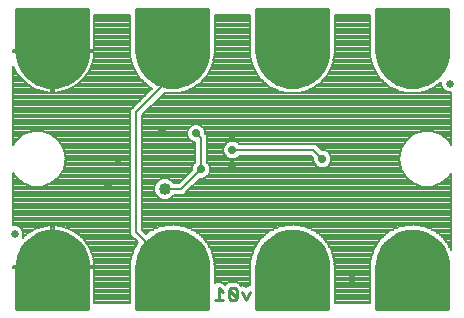
<source format=gbl>
G75*
%MOIN*%
%OFA0B0*%
%FSLAX25Y25*%
%IPPOS*%
%LPD*%
%AMOC8*
5,1,8,0,0,1.08239X$1,22.5*
%
%ADD10C,0.01000*%
%ADD11C,0.02500*%
%ADD12C,0.04000*%
%ADD13C,0.20000*%
%ADD14C,0.00800*%
%ADD15C,0.02900*%
D10*
X0096333Y0281400D02*
X0120333Y0281400D01*
X0120333Y0295400D01*
X0120211Y0297108D01*
X0119847Y0298781D01*
X0119249Y0300385D01*
X0118428Y0301888D01*
X0117402Y0303258D01*
X0116192Y0304469D01*
X0114821Y0305495D01*
X0113318Y0306316D01*
X0111714Y0306914D01*
X0110041Y0307278D01*
X0108333Y0307400D01*
X0106626Y0307278D01*
X0104953Y0306914D01*
X0103348Y0306316D01*
X0101846Y0305495D01*
X0100475Y0304469D01*
X0099264Y0303258D01*
X0098238Y0301888D01*
X0097418Y0300385D01*
X0096819Y0298781D01*
X0096455Y0297108D01*
X0096333Y0295400D01*
X0096333Y0281400D01*
X0120333Y0281400D01*
X0120333Y0282399D02*
X0096333Y0282399D01*
X0096333Y0283397D02*
X0120333Y0283397D01*
X0120333Y0284396D02*
X0096333Y0284396D01*
X0096333Y0285394D02*
X0120333Y0285394D01*
X0120333Y0286393D02*
X0096333Y0286393D01*
X0096333Y0287391D02*
X0120333Y0287391D01*
X0120333Y0288390D02*
X0096333Y0288390D01*
X0096333Y0289388D02*
X0120333Y0289388D01*
X0120333Y0290387D02*
X0096333Y0290387D01*
X0096333Y0291385D02*
X0120333Y0291385D01*
X0120333Y0292384D02*
X0096333Y0292384D01*
X0096333Y0293382D02*
X0120333Y0293382D01*
X0120333Y0294381D02*
X0096333Y0294381D01*
X0096333Y0295379D02*
X0120333Y0295379D01*
X0120263Y0296378D02*
X0096403Y0296378D01*
X0096514Y0297376D02*
X0120153Y0297376D01*
X0119936Y0298375D02*
X0096731Y0298375D01*
X0097040Y0299373D02*
X0119626Y0299373D01*
X0119254Y0300372D02*
X0097413Y0300372D01*
X0097956Y0301370D02*
X0118711Y0301370D01*
X0118068Y0302369D02*
X0098598Y0302369D01*
X0099373Y0303367D02*
X0117293Y0303367D01*
X0116295Y0304366D02*
X0100372Y0304366D01*
X0101671Y0305364D02*
X0114996Y0305364D01*
X0113192Y0306363D02*
X0103475Y0306363D01*
X0107792Y0307361D02*
X0108874Y0307361D01*
X0136819Y0298781D02*
X0136455Y0297108D01*
X0136333Y0295400D01*
X0136333Y0281400D01*
X0160333Y0281400D01*
X0160333Y0295400D01*
X0160211Y0297108D01*
X0159847Y0298781D01*
X0159249Y0300385D01*
X0158428Y0301888D01*
X0157402Y0303258D01*
X0156192Y0304469D01*
X0154821Y0305495D01*
X0153318Y0306316D01*
X0151714Y0306914D01*
X0150041Y0307278D01*
X0148333Y0307400D01*
X0146626Y0307278D01*
X0144953Y0306914D01*
X0143348Y0306316D01*
X0141846Y0305495D01*
X0140475Y0304469D01*
X0139264Y0303258D01*
X0138238Y0301888D01*
X0137418Y0300385D01*
X0136819Y0298781D01*
X0136731Y0298375D02*
X0159936Y0298375D01*
X0160153Y0297376D02*
X0136514Y0297376D01*
X0136403Y0296378D02*
X0160263Y0296378D01*
X0160333Y0295379D02*
X0136333Y0295379D01*
X0136333Y0294381D02*
X0160333Y0294381D01*
X0160333Y0293382D02*
X0136333Y0293382D01*
X0136333Y0292384D02*
X0160333Y0292384D01*
X0160333Y0291385D02*
X0136333Y0291385D01*
X0136333Y0290387D02*
X0160333Y0290387D01*
X0160333Y0289388D02*
X0136333Y0289388D01*
X0136333Y0288390D02*
X0160333Y0288390D01*
X0160333Y0287391D02*
X0136333Y0287391D01*
X0136333Y0286393D02*
X0160333Y0286393D01*
X0160333Y0285394D02*
X0136333Y0285394D01*
X0136333Y0284396D02*
X0160333Y0284396D01*
X0160333Y0283397D02*
X0136333Y0283397D01*
X0136333Y0282399D02*
X0160333Y0282399D01*
X0160333Y0281400D02*
X0136333Y0281400D01*
X0137040Y0299373D02*
X0159626Y0299373D01*
X0159254Y0300372D02*
X0137413Y0300372D01*
X0137956Y0301370D02*
X0158711Y0301370D01*
X0158068Y0302369D02*
X0138598Y0302369D01*
X0139373Y0303367D02*
X0157293Y0303367D01*
X0156295Y0304366D02*
X0140372Y0304366D01*
X0141671Y0305364D02*
X0154996Y0305364D01*
X0153192Y0306363D02*
X0143475Y0306363D01*
X0147792Y0307361D02*
X0148874Y0307361D01*
X0163791Y0288403D02*
X0163791Y0284400D01*
X0165125Y0284400D02*
X0162457Y0284400D01*
X0165125Y0287069D02*
X0163791Y0288403D01*
X0167060Y0287736D02*
X0169729Y0285067D01*
X0169062Y0284400D01*
X0167728Y0284400D01*
X0167060Y0285067D01*
X0167060Y0287736D01*
X0167728Y0288403D01*
X0169062Y0288403D01*
X0169729Y0287736D01*
X0169729Y0285067D01*
X0171664Y0287069D02*
X0172999Y0284400D01*
X0174333Y0287069D01*
X0176333Y0287391D02*
X0200333Y0287391D01*
X0200333Y0286393D02*
X0176333Y0286393D01*
X0176333Y0285394D02*
X0200333Y0285394D01*
X0200333Y0284396D02*
X0176333Y0284396D01*
X0176333Y0283397D02*
X0200333Y0283397D01*
X0200333Y0282399D02*
X0176333Y0282399D01*
X0176333Y0281400D02*
X0200333Y0281400D01*
X0200333Y0295400D01*
X0200211Y0297108D01*
X0199847Y0298781D01*
X0199249Y0300385D01*
X0198428Y0301888D01*
X0197402Y0303258D01*
X0196192Y0304469D01*
X0194821Y0305495D01*
X0193318Y0306316D01*
X0191714Y0306914D01*
X0190041Y0307278D01*
X0188333Y0307400D01*
X0186626Y0307278D01*
X0184953Y0306914D01*
X0183348Y0306316D01*
X0181846Y0305495D01*
X0180475Y0304469D01*
X0179264Y0303258D01*
X0178238Y0301888D01*
X0177418Y0300385D01*
X0176819Y0298781D01*
X0176455Y0297108D01*
X0176333Y0295400D01*
X0176333Y0281400D01*
X0200333Y0281400D01*
X0200333Y0288390D02*
X0176333Y0288390D01*
X0176333Y0289388D02*
X0200333Y0289388D01*
X0200333Y0290387D02*
X0176333Y0290387D01*
X0176333Y0291385D02*
X0200333Y0291385D01*
X0200333Y0292384D02*
X0176333Y0292384D01*
X0176333Y0293382D02*
X0200333Y0293382D01*
X0200333Y0294381D02*
X0176333Y0294381D01*
X0176333Y0295379D02*
X0200333Y0295379D01*
X0200263Y0296378D02*
X0176403Y0296378D01*
X0176514Y0297376D02*
X0200153Y0297376D01*
X0199936Y0298375D02*
X0176731Y0298375D01*
X0177040Y0299373D02*
X0199626Y0299373D01*
X0199254Y0300372D02*
X0177413Y0300372D01*
X0177956Y0301370D02*
X0198711Y0301370D01*
X0198068Y0302369D02*
X0178598Y0302369D01*
X0179373Y0303367D02*
X0197293Y0303367D01*
X0196295Y0304366D02*
X0180372Y0304366D01*
X0181671Y0305364D02*
X0194996Y0305364D01*
X0193192Y0306363D02*
X0183475Y0306363D01*
X0187792Y0307361D02*
X0188874Y0307361D01*
X0216819Y0298781D02*
X0216455Y0297108D01*
X0216333Y0295400D01*
X0216333Y0281400D01*
X0240333Y0281400D01*
X0240333Y0295400D01*
X0240211Y0297108D01*
X0239847Y0298781D01*
X0239249Y0300385D01*
X0238428Y0301888D01*
X0237402Y0303258D01*
X0236192Y0304469D01*
X0234821Y0305495D01*
X0233318Y0306316D01*
X0231714Y0306914D01*
X0230041Y0307278D01*
X0228333Y0307400D01*
X0226626Y0307278D01*
X0224953Y0306914D01*
X0223348Y0306316D01*
X0221846Y0305495D01*
X0220475Y0304469D01*
X0219264Y0303258D01*
X0218238Y0301888D01*
X0217418Y0300385D01*
X0216819Y0298781D01*
X0216731Y0298375D02*
X0239936Y0298375D01*
X0240153Y0297376D02*
X0216514Y0297376D01*
X0216403Y0296378D02*
X0240263Y0296378D01*
X0240333Y0295379D02*
X0216333Y0295379D01*
X0216333Y0294381D02*
X0240333Y0294381D01*
X0240333Y0293382D02*
X0216333Y0293382D01*
X0216333Y0292384D02*
X0240333Y0292384D01*
X0240333Y0291385D02*
X0216333Y0291385D01*
X0216333Y0290387D02*
X0240333Y0290387D01*
X0240333Y0289388D02*
X0216333Y0289388D01*
X0216333Y0288390D02*
X0240333Y0288390D01*
X0240333Y0287391D02*
X0216333Y0287391D01*
X0216333Y0286393D02*
X0240333Y0286393D01*
X0240333Y0285394D02*
X0216333Y0285394D01*
X0216333Y0284396D02*
X0240333Y0284396D01*
X0240333Y0283397D02*
X0216333Y0283397D01*
X0216333Y0282399D02*
X0240333Y0282399D01*
X0240333Y0281400D02*
X0216333Y0281400D01*
X0217040Y0299373D02*
X0239626Y0299373D01*
X0239254Y0300372D02*
X0217413Y0300372D01*
X0217956Y0301370D02*
X0238711Y0301370D01*
X0238068Y0302369D02*
X0218598Y0302369D01*
X0219373Y0303367D02*
X0237293Y0303367D01*
X0236295Y0304366D02*
X0220372Y0304366D01*
X0221671Y0305364D02*
X0234996Y0305364D01*
X0233192Y0306363D02*
X0223475Y0306363D01*
X0227792Y0307361D02*
X0228874Y0307361D01*
X0228333Y0355400D02*
X0226626Y0355522D01*
X0224953Y0355886D01*
X0223348Y0356484D01*
X0221846Y0357305D01*
X0220475Y0358331D01*
X0219264Y0359542D01*
X0218238Y0360912D01*
X0217418Y0362415D01*
X0216819Y0364019D01*
X0216455Y0365692D01*
X0216333Y0367400D01*
X0216333Y0381400D01*
X0240333Y0381400D01*
X0240333Y0367400D01*
X0240211Y0365692D01*
X0239847Y0364019D01*
X0239249Y0362415D01*
X0238428Y0360912D01*
X0237402Y0359542D01*
X0236192Y0358331D01*
X0234821Y0357305D01*
X0233318Y0356484D01*
X0231714Y0355886D01*
X0230041Y0355522D01*
X0228333Y0355400D01*
X0223874Y0356288D02*
X0232793Y0356288D01*
X0234788Y0357287D02*
X0221879Y0357287D01*
X0220536Y0358285D02*
X0236131Y0358285D01*
X0237145Y0359284D02*
X0219522Y0359284D01*
X0218710Y0360282D02*
X0237957Y0360282D01*
X0238630Y0361281D02*
X0218037Y0361281D01*
X0217492Y0362279D02*
X0239175Y0362279D01*
X0239571Y0363278D02*
X0217096Y0363278D01*
X0216763Y0364276D02*
X0239903Y0364276D01*
X0240120Y0365275D02*
X0216546Y0365275D01*
X0216414Y0366273D02*
X0240253Y0366273D01*
X0240324Y0367272D02*
X0216342Y0367272D01*
X0216333Y0368270D02*
X0240333Y0368270D01*
X0240333Y0369269D02*
X0216333Y0369269D01*
X0216333Y0370268D02*
X0240333Y0370268D01*
X0240333Y0371266D02*
X0216333Y0371266D01*
X0216333Y0372265D02*
X0240333Y0372265D01*
X0240333Y0373263D02*
X0216333Y0373263D01*
X0216333Y0374262D02*
X0240333Y0374262D01*
X0240333Y0375260D02*
X0216333Y0375260D01*
X0216333Y0376259D02*
X0240333Y0376259D01*
X0240333Y0377257D02*
X0216333Y0377257D01*
X0216333Y0378256D02*
X0240333Y0378256D01*
X0240333Y0379254D02*
X0216333Y0379254D01*
X0216333Y0380253D02*
X0240333Y0380253D01*
X0240333Y0381251D02*
X0216333Y0381251D01*
X0200333Y0381251D02*
X0176333Y0381251D01*
X0176333Y0381400D02*
X0176333Y0367400D01*
X0176455Y0365692D01*
X0176819Y0364019D01*
X0177418Y0362415D01*
X0178238Y0360912D01*
X0179264Y0359542D01*
X0180475Y0358331D01*
X0181846Y0357305D01*
X0183348Y0356484D01*
X0184953Y0355886D01*
X0186626Y0355522D01*
X0188333Y0355400D01*
X0190041Y0355522D01*
X0191714Y0355886D01*
X0193318Y0356484D01*
X0194821Y0357305D01*
X0196192Y0358331D01*
X0197402Y0359542D01*
X0198428Y0360912D01*
X0199249Y0362415D01*
X0199847Y0364019D01*
X0200211Y0365692D01*
X0200333Y0367400D01*
X0200333Y0381400D01*
X0176333Y0381400D01*
X0176333Y0380253D02*
X0200333Y0380253D01*
X0200333Y0379254D02*
X0176333Y0379254D01*
X0176333Y0378256D02*
X0200333Y0378256D01*
X0200333Y0377257D02*
X0176333Y0377257D01*
X0176333Y0376259D02*
X0200333Y0376259D01*
X0200333Y0375260D02*
X0176333Y0375260D01*
X0176333Y0374262D02*
X0200333Y0374262D01*
X0200333Y0373263D02*
X0176333Y0373263D01*
X0176333Y0372265D02*
X0200333Y0372265D01*
X0200333Y0371266D02*
X0176333Y0371266D01*
X0176333Y0370268D02*
X0200333Y0370268D01*
X0200333Y0369269D02*
X0176333Y0369269D01*
X0176333Y0368270D02*
X0200333Y0368270D01*
X0200324Y0367272D02*
X0176342Y0367272D01*
X0176414Y0366273D02*
X0200253Y0366273D01*
X0200120Y0365275D02*
X0176546Y0365275D01*
X0176763Y0364276D02*
X0199903Y0364276D01*
X0199571Y0363278D02*
X0177096Y0363278D01*
X0177492Y0362279D02*
X0199175Y0362279D01*
X0198630Y0361281D02*
X0178037Y0361281D01*
X0178710Y0360282D02*
X0197957Y0360282D01*
X0197145Y0359284D02*
X0179522Y0359284D01*
X0180536Y0358285D02*
X0196131Y0358285D01*
X0194788Y0357287D02*
X0181879Y0357287D01*
X0183874Y0356288D02*
X0192793Y0356288D01*
X0159847Y0364019D02*
X0160211Y0365692D01*
X0160333Y0367400D01*
X0160333Y0381400D01*
X0136333Y0381400D01*
X0136333Y0367400D01*
X0136455Y0365692D01*
X0136819Y0364019D01*
X0137418Y0362415D01*
X0138238Y0360912D01*
X0139264Y0359542D01*
X0140475Y0358331D01*
X0141846Y0357305D01*
X0143348Y0356484D01*
X0144953Y0355886D01*
X0146626Y0355522D01*
X0148333Y0355400D01*
X0150041Y0355522D01*
X0151714Y0355886D01*
X0153318Y0356484D01*
X0154821Y0357305D01*
X0156192Y0358331D01*
X0157402Y0359542D01*
X0158428Y0360912D01*
X0159249Y0362415D01*
X0159847Y0364019D01*
X0159903Y0364276D02*
X0136763Y0364276D01*
X0136546Y0365275D02*
X0160120Y0365275D01*
X0160253Y0366273D02*
X0136414Y0366273D01*
X0136342Y0367272D02*
X0160324Y0367272D01*
X0160333Y0368270D02*
X0136333Y0368270D01*
X0136333Y0369269D02*
X0160333Y0369269D01*
X0160333Y0370268D02*
X0136333Y0370268D01*
X0136333Y0371266D02*
X0160333Y0371266D01*
X0160333Y0372265D02*
X0136333Y0372265D01*
X0136333Y0373263D02*
X0160333Y0373263D01*
X0160333Y0374262D02*
X0136333Y0374262D01*
X0136333Y0375260D02*
X0160333Y0375260D01*
X0160333Y0376259D02*
X0136333Y0376259D01*
X0136333Y0377257D02*
X0160333Y0377257D01*
X0160333Y0378256D02*
X0136333Y0378256D01*
X0136333Y0379254D02*
X0160333Y0379254D01*
X0160333Y0380253D02*
X0136333Y0380253D01*
X0136333Y0381251D02*
X0160333Y0381251D01*
X0159571Y0363278D02*
X0137096Y0363278D01*
X0137492Y0362279D02*
X0159175Y0362279D01*
X0158630Y0361281D02*
X0138037Y0361281D01*
X0138710Y0360282D02*
X0157957Y0360282D01*
X0157145Y0359284D02*
X0139522Y0359284D01*
X0140536Y0358285D02*
X0156131Y0358285D01*
X0154788Y0357287D02*
X0141879Y0357287D01*
X0143874Y0356288D02*
X0152793Y0356288D01*
X0119847Y0364019D02*
X0120211Y0365692D01*
X0120333Y0367400D01*
X0120333Y0381400D01*
X0096333Y0381400D01*
X0096333Y0367400D01*
X0096455Y0365692D01*
X0096819Y0364019D01*
X0097418Y0362415D01*
X0098238Y0360912D01*
X0099264Y0359542D01*
X0100475Y0358331D01*
X0101846Y0357305D01*
X0103348Y0356484D01*
X0104953Y0355886D01*
X0106626Y0355522D01*
X0108333Y0355400D01*
X0110041Y0355522D01*
X0111714Y0355886D01*
X0113318Y0356484D01*
X0114821Y0357305D01*
X0116192Y0358331D01*
X0117402Y0359542D01*
X0118428Y0360912D01*
X0119249Y0362415D01*
X0119847Y0364019D01*
X0119903Y0364276D02*
X0096763Y0364276D01*
X0096546Y0365275D02*
X0120120Y0365275D01*
X0120253Y0366273D02*
X0096414Y0366273D01*
X0096342Y0367272D02*
X0120324Y0367272D01*
X0120333Y0368270D02*
X0096333Y0368270D01*
X0096333Y0369269D02*
X0120333Y0369269D01*
X0120333Y0370268D02*
X0096333Y0370268D01*
X0096333Y0371266D02*
X0120333Y0371266D01*
X0120333Y0372265D02*
X0096333Y0372265D01*
X0096333Y0373263D02*
X0120333Y0373263D01*
X0120333Y0374262D02*
X0096333Y0374262D01*
X0096333Y0375260D02*
X0120333Y0375260D01*
X0120333Y0376259D02*
X0096333Y0376259D01*
X0096333Y0377257D02*
X0120333Y0377257D01*
X0120333Y0378256D02*
X0096333Y0378256D01*
X0096333Y0379254D02*
X0120333Y0379254D01*
X0120333Y0380253D02*
X0096333Y0380253D01*
X0096333Y0381251D02*
X0120333Y0381251D01*
X0119571Y0363278D02*
X0097096Y0363278D01*
X0097492Y0362279D02*
X0119175Y0362279D01*
X0118630Y0361281D02*
X0098037Y0361281D01*
X0098710Y0360282D02*
X0117957Y0360282D01*
X0117145Y0359284D02*
X0099522Y0359284D01*
X0100536Y0358285D02*
X0116131Y0358285D01*
X0114788Y0357287D02*
X0101879Y0357287D01*
X0103874Y0356288D02*
X0112793Y0356288D01*
D11*
X0095833Y0306400D03*
X0240833Y0356400D03*
D12*
X0145833Y0321400D03*
D13*
X0148333Y0295400D03*
X0188333Y0295400D03*
X0228333Y0295400D03*
X0228333Y0367400D03*
X0188333Y0367400D03*
X0148333Y0367400D03*
X0108333Y0367400D03*
X0108333Y0295400D03*
D14*
X0107933Y0295773D02*
X0095333Y0295773D01*
X0095333Y0295800D02*
X0107933Y0295800D01*
X0107933Y0295000D01*
X0095333Y0295000D01*
X0095333Y0295800D01*
X0098394Y0305134D02*
X0098683Y0305833D01*
X0098683Y0306967D01*
X0098249Y0308014D01*
X0097448Y0308816D01*
X0096400Y0309250D01*
X0095333Y0309250D01*
X0095333Y0326656D01*
X0096099Y0325330D01*
X0098612Y0323222D01*
X0098612Y0323222D01*
X0101693Y0322100D01*
X0104973Y0322100D01*
X0108055Y0323222D01*
X0110567Y0325330D01*
X0112207Y0328170D01*
X0112207Y0328170D01*
X0112777Y0331400D01*
X0112207Y0334630D01*
X0110567Y0337470D01*
X0108055Y0339578D01*
X0104973Y0340700D01*
X0101693Y0340700D01*
X0098612Y0339578D01*
X0098612Y0339578D01*
X0096099Y0337470D01*
X0095333Y0336144D01*
X0095333Y0362429D01*
X0095339Y0362412D01*
X0095339Y0362412D01*
X0095931Y0361081D01*
X0095931Y0361081D01*
X0096660Y0359819D01*
X0097516Y0358640D01*
X0098491Y0357558D01*
X0098491Y0357558D01*
X0098875Y0357212D01*
X0099574Y0356583D01*
X0100019Y0356259D01*
X0100752Y0355726D01*
X0100752Y0355726D01*
X0101657Y0355204D01*
X0102014Y0354998D01*
X0102014Y0354998D01*
X0103152Y0354492D01*
X0103345Y0354405D01*
X0104731Y0353955D01*
X0106156Y0353652D01*
X0107605Y0353500D01*
X0107933Y0353500D01*
X0107933Y0367000D01*
X0095333Y0367000D01*
X0095333Y0367800D01*
X0107933Y0367800D01*
X0107933Y0367000D01*
X0108733Y0367000D01*
X0108733Y0353500D01*
X0109062Y0353500D01*
X0110511Y0353652D01*
X0111936Y0353955D01*
X0113321Y0354405D01*
X0114652Y0354998D01*
X0115914Y0355726D01*
X0117093Y0356583D01*
X0118176Y0357558D01*
X0119150Y0358640D01*
X0119150Y0358640D01*
X0119153Y0358645D01*
X0120007Y0359819D01*
X0120007Y0359819D01*
X0120735Y0361081D01*
X0121328Y0362412D01*
X0121778Y0363797D01*
X0121778Y0363797D01*
X0122081Y0365223D01*
X0122233Y0366672D01*
X0122233Y0367000D01*
X0108733Y0367000D01*
X0108733Y0367800D01*
X0107933Y0367800D01*
X0107933Y0379400D01*
X0108733Y0379400D01*
X0108733Y0367800D01*
X0122233Y0367800D01*
X0122233Y0379400D01*
X0134233Y0379400D01*
X0134233Y0368183D01*
X0134177Y0368118D01*
X0134233Y0367325D01*
X0134233Y0366530D01*
X0134295Y0366469D01*
X0134311Y0366240D01*
X0134219Y0366096D01*
X0134372Y0365393D01*
X0134423Y0364675D01*
X0134552Y0364563D01*
X0134619Y0364256D01*
X0134548Y0364100D01*
X0134799Y0363426D01*
X0134952Y0362723D01*
X0135096Y0362630D01*
X0135206Y0362336D01*
X0135158Y0362172D01*
X0135503Y0361540D01*
X0135754Y0360866D01*
X0135910Y0360795D01*
X0136060Y0360519D01*
X0136036Y0360350D01*
X0136467Y0359774D01*
X0136812Y0359142D01*
X0136976Y0359094D01*
X0137164Y0358843D01*
X0137164Y0358672D01*
X0137673Y0358163D01*
X0138104Y0357587D01*
X0138274Y0357563D01*
X0138496Y0357340D01*
X0138520Y0357171D01*
X0139096Y0356740D01*
X0139605Y0356231D01*
X0139776Y0356231D01*
X0140028Y0356043D01*
X0140076Y0355879D01*
X0140707Y0355534D01*
X0141284Y0355103D01*
X0141453Y0355127D01*
X0141633Y0355028D01*
X0135505Y0348900D01*
X0134333Y0347728D01*
X0134333Y0306072D01*
X0136789Y0303616D01*
X0136467Y0303026D01*
X0136036Y0302450D01*
X0136060Y0302281D01*
X0135910Y0302005D01*
X0135754Y0301934D01*
X0135503Y0301260D01*
X0135158Y0300628D01*
X0135206Y0300464D01*
X0135096Y0300170D01*
X0134952Y0300077D01*
X0134799Y0299374D01*
X0134548Y0298700D01*
X0134619Y0298544D01*
X0134552Y0298237D01*
X0134423Y0298125D01*
X0134372Y0297407D01*
X0134219Y0296704D01*
X0134311Y0296560D01*
X0134295Y0296331D01*
X0134233Y0296270D01*
X0134233Y0295475D01*
X0134177Y0294682D01*
X0134233Y0294617D01*
X0134233Y0283400D01*
X0122233Y0283400D01*
X0122233Y0295000D01*
X0108733Y0295000D01*
X0108733Y0283400D01*
X0107933Y0283400D01*
X0107933Y0295000D01*
X0108733Y0295000D01*
X0108733Y0295800D01*
X0107933Y0295800D01*
X0107933Y0309300D01*
X0107605Y0309300D01*
X0106156Y0309148D01*
X0104731Y0308845D01*
X0103345Y0308395D01*
X0102014Y0307802D01*
X0100752Y0307074D01*
X0099574Y0306217D01*
X0098491Y0305242D01*
X0098394Y0305134D01*
X0098491Y0305242D02*
X0098491Y0305242D01*
X0098485Y0305355D02*
X0098617Y0305355D01*
X0098683Y0306154D02*
X0099503Y0306154D01*
X0098683Y0306952D02*
X0100586Y0306952D01*
X0101926Y0307751D02*
X0098359Y0307751D01*
X0097714Y0308549D02*
X0103822Y0308549D01*
X0107933Y0308549D02*
X0108733Y0308549D01*
X0108733Y0309300D02*
X0108733Y0295800D01*
X0122233Y0295800D01*
X0122233Y0296128D01*
X0122081Y0297577D01*
X0122081Y0297577D01*
X0121778Y0299002D01*
X0121778Y0299003D01*
X0121328Y0300388D01*
X0121328Y0300388D01*
X0120735Y0301719D01*
X0120007Y0302981D01*
X0119150Y0304160D01*
X0118176Y0305242D01*
X0118176Y0305242D01*
X0118110Y0305301D01*
X0117093Y0306217D01*
X0117093Y0306217D01*
X0117014Y0306274D01*
X0115914Y0307074D01*
X0115819Y0307129D01*
X0114652Y0307802D01*
X0114536Y0307854D01*
X0113321Y0308395D01*
X0113175Y0308442D01*
X0111936Y0308845D01*
X0111936Y0308845D01*
X0111744Y0308886D01*
X0110511Y0309148D01*
X0109062Y0309300D01*
X0108733Y0309300D01*
X0108733Y0307751D02*
X0107933Y0307751D01*
X0107933Y0306952D02*
X0108733Y0306952D01*
X0108733Y0306154D02*
X0107933Y0306154D01*
X0107933Y0305355D02*
X0108733Y0305355D01*
X0108733Y0304557D02*
X0107933Y0304557D01*
X0107933Y0303758D02*
X0108733Y0303758D01*
X0108733Y0302960D02*
X0107933Y0302960D01*
X0107933Y0302161D02*
X0108733Y0302161D01*
X0108733Y0301363D02*
X0107933Y0301363D01*
X0107933Y0300564D02*
X0108733Y0300564D01*
X0108733Y0299766D02*
X0107933Y0299766D01*
X0107933Y0298967D02*
X0108733Y0298967D01*
X0108733Y0298169D02*
X0107933Y0298169D01*
X0107933Y0297370D02*
X0108733Y0297370D01*
X0108733Y0296572D02*
X0107933Y0296572D01*
X0108733Y0295773D02*
X0134233Y0295773D01*
X0134198Y0294975D02*
X0122233Y0294975D01*
X0122233Y0294176D02*
X0134233Y0294176D01*
X0134233Y0293378D02*
X0122233Y0293378D01*
X0122233Y0292579D02*
X0134233Y0292579D01*
X0134233Y0291781D02*
X0122233Y0291781D01*
X0122233Y0290982D02*
X0134233Y0290982D01*
X0134233Y0290184D02*
X0122233Y0290184D01*
X0122233Y0289385D02*
X0134233Y0289385D01*
X0134233Y0288587D02*
X0122233Y0288587D01*
X0122233Y0287788D02*
X0134233Y0287788D01*
X0134233Y0286990D02*
X0122233Y0286990D01*
X0122233Y0286191D02*
X0134233Y0286191D01*
X0134233Y0285393D02*
X0122233Y0285393D01*
X0122233Y0284594D02*
X0134233Y0284594D01*
X0134233Y0283796D02*
X0122233Y0283796D01*
X0122187Y0296572D02*
X0134304Y0296572D01*
X0134363Y0297370D02*
X0122103Y0297370D01*
X0121955Y0298169D02*
X0134473Y0298169D01*
X0134648Y0298967D02*
X0121786Y0298967D01*
X0121530Y0299766D02*
X0134885Y0299766D01*
X0135176Y0300564D02*
X0121249Y0300564D01*
X0120894Y0301363D02*
X0135541Y0301363D01*
X0135995Y0302161D02*
X0120480Y0302161D01*
X0120735Y0301719D02*
X0120735Y0301719D01*
X0120019Y0302960D02*
X0136418Y0302960D01*
X0136647Y0303758D02*
X0119442Y0303758D01*
X0119150Y0304160D02*
X0119150Y0304160D01*
X0118793Y0304557D02*
X0135848Y0304557D01*
X0135050Y0305355D02*
X0118050Y0305355D01*
X0118176Y0305242D02*
X0118176Y0305242D01*
X0117163Y0306154D02*
X0134333Y0306154D01*
X0134333Y0306952D02*
X0116081Y0306952D01*
X0115914Y0307074D02*
X0115914Y0307074D01*
X0114741Y0307751D02*
X0134333Y0307751D01*
X0134333Y0308549D02*
X0112845Y0308549D01*
X0113321Y0308395D02*
X0113321Y0308395D01*
X0114652Y0307802D02*
X0114652Y0307802D01*
X0110511Y0309148D02*
X0110511Y0309148D01*
X0120007Y0302981D02*
X0120007Y0302981D01*
X0108733Y0294975D02*
X0107933Y0294975D01*
X0107933Y0294176D02*
X0108733Y0294176D01*
X0108733Y0293378D02*
X0107933Y0293378D01*
X0107933Y0292579D02*
X0108733Y0292579D01*
X0108733Y0291781D02*
X0107933Y0291781D01*
X0107933Y0290982D02*
X0108733Y0290982D01*
X0108733Y0290184D02*
X0107933Y0290184D01*
X0107933Y0289385D02*
X0108733Y0289385D01*
X0108733Y0288587D02*
X0107933Y0288587D01*
X0107933Y0287788D02*
X0108733Y0287788D01*
X0108733Y0286990D02*
X0107933Y0286990D01*
X0107933Y0286191D02*
X0108733Y0286191D01*
X0108733Y0285393D02*
X0107933Y0285393D01*
X0107933Y0284594D02*
X0108733Y0284594D01*
X0108733Y0283796D02*
X0107933Y0283796D01*
X0095333Y0309348D02*
X0134333Y0309348D01*
X0134333Y0310146D02*
X0095333Y0310146D01*
X0095333Y0310945D02*
X0134333Y0310945D01*
X0134333Y0311743D02*
X0095333Y0311743D01*
X0095333Y0312542D02*
X0134333Y0312542D01*
X0134333Y0313340D02*
X0095333Y0313340D01*
X0095333Y0314139D02*
X0134333Y0314139D01*
X0134333Y0314937D02*
X0095333Y0314937D01*
X0095333Y0315736D02*
X0134333Y0315736D01*
X0134333Y0316534D02*
X0095333Y0316534D01*
X0095333Y0317333D02*
X0134333Y0317333D01*
X0134333Y0318132D02*
X0095333Y0318132D01*
X0095333Y0318930D02*
X0134333Y0318930D01*
X0134333Y0319729D02*
X0095333Y0319729D01*
X0095333Y0320527D02*
X0134333Y0320527D01*
X0134333Y0321326D02*
X0095333Y0321326D01*
X0095333Y0322124D02*
X0101627Y0322124D01*
X0099433Y0322923D02*
X0095333Y0322923D01*
X0095333Y0323721D02*
X0098016Y0323721D01*
X0097065Y0324520D02*
X0095333Y0324520D01*
X0095333Y0325318D02*
X0096113Y0325318D01*
X0096099Y0325330D02*
X0096099Y0325330D01*
X0095645Y0326117D02*
X0095333Y0326117D01*
X0105039Y0322124D02*
X0134333Y0322124D01*
X0134333Y0322923D02*
X0107233Y0322923D01*
X0108055Y0323222D02*
X0108055Y0323222D01*
X0108650Y0323721D02*
X0134333Y0323721D01*
X0134333Y0324520D02*
X0109602Y0324520D01*
X0110553Y0325318D02*
X0134333Y0325318D01*
X0134333Y0326117D02*
X0111022Y0326117D01*
X0110567Y0325330D02*
X0110567Y0325330D01*
X0110567Y0325330D01*
X0111483Y0326915D02*
X0134333Y0326915D01*
X0134333Y0327714D02*
X0111944Y0327714D01*
X0112268Y0328512D02*
X0134333Y0328512D01*
X0134333Y0329311D02*
X0112408Y0329311D01*
X0112549Y0330109D02*
X0134333Y0330109D01*
X0134333Y0330908D02*
X0112690Y0330908D01*
X0112777Y0331400D02*
X0112777Y0331400D01*
X0112723Y0331706D02*
X0134333Y0331706D01*
X0134333Y0332505D02*
X0112582Y0332505D01*
X0112441Y0333303D02*
X0134333Y0333303D01*
X0134333Y0334102D02*
X0112300Y0334102D01*
X0112207Y0334630D02*
X0112207Y0334630D01*
X0112051Y0334900D02*
X0134333Y0334900D01*
X0134333Y0335699D02*
X0111590Y0335699D01*
X0111129Y0336497D02*
X0134333Y0336497D01*
X0134333Y0337296D02*
X0110668Y0337296D01*
X0110567Y0337470D02*
X0110567Y0337470D01*
X0109824Y0338094D02*
X0134333Y0338094D01*
X0134333Y0338893D02*
X0108872Y0338893D01*
X0108055Y0339578D02*
X0108055Y0339578D01*
X0107744Y0339691D02*
X0134333Y0339691D01*
X0134333Y0340490D02*
X0105551Y0340490D01*
X0101116Y0340490D02*
X0095333Y0340490D01*
X0095333Y0341288D02*
X0134333Y0341288D01*
X0134333Y0342087D02*
X0095333Y0342087D01*
X0095333Y0342885D02*
X0134333Y0342885D01*
X0134333Y0343684D02*
X0095333Y0343684D01*
X0095333Y0344482D02*
X0134333Y0344482D01*
X0134333Y0345281D02*
X0095333Y0345281D01*
X0095333Y0346079D02*
X0134333Y0346079D01*
X0134333Y0346878D02*
X0095333Y0346878D01*
X0095333Y0347676D02*
X0134333Y0347676D01*
X0135080Y0348475D02*
X0095333Y0348475D01*
X0095333Y0349273D02*
X0135878Y0349273D01*
X0136677Y0350072D02*
X0095333Y0350072D01*
X0095333Y0350870D02*
X0137475Y0350870D01*
X0138274Y0351669D02*
X0095333Y0351669D01*
X0095333Y0352468D02*
X0139072Y0352468D01*
X0139871Y0353266D02*
X0095333Y0353266D01*
X0095333Y0354065D02*
X0104394Y0354065D01*
X0103345Y0354405D02*
X0103345Y0354405D01*
X0102317Y0354863D02*
X0095333Y0354863D01*
X0095333Y0355662D02*
X0100865Y0355662D01*
X0099743Y0356460D02*
X0095333Y0356460D01*
X0095333Y0357259D02*
X0098823Y0357259D01*
X0098491Y0357558D02*
X0098491Y0357558D01*
X0098041Y0358057D02*
X0095333Y0358057D01*
X0095333Y0358856D02*
X0097360Y0358856D01*
X0097516Y0358640D02*
X0097516Y0358640D01*
X0096780Y0359654D02*
X0095333Y0359654D01*
X0095333Y0360453D02*
X0096294Y0360453D01*
X0096660Y0359819D02*
X0096660Y0359819D01*
X0095856Y0361251D02*
X0095333Y0361251D01*
X0095333Y0362050D02*
X0095500Y0362050D01*
X0095333Y0367639D02*
X0107933Y0367639D01*
X0107933Y0366841D02*
X0108733Y0366841D01*
X0108733Y0367639D02*
X0134211Y0367639D01*
X0134233Y0366841D02*
X0122233Y0366841D01*
X0122167Y0366042D02*
X0134230Y0366042D01*
X0134382Y0365244D02*
X0122083Y0365244D01*
X0122081Y0365223D02*
X0122081Y0365223D01*
X0121916Y0364445D02*
X0134578Y0364445D01*
X0134717Y0363647D02*
X0121729Y0363647D01*
X0121470Y0362848D02*
X0134925Y0362848D01*
X0135225Y0362050D02*
X0121167Y0362050D01*
X0121328Y0362412D02*
X0121328Y0362412D01*
X0120811Y0361251D02*
X0135611Y0361251D01*
X0136051Y0360453D02*
X0120373Y0360453D01*
X0120735Y0361081D02*
X0120735Y0361081D01*
X0119887Y0359654D02*
X0136533Y0359654D01*
X0137155Y0358856D02*
X0119307Y0358856D01*
X0118625Y0358057D02*
X0137752Y0358057D01*
X0138508Y0357259D02*
X0117843Y0357259D01*
X0118176Y0357558D02*
X0118176Y0357558D01*
X0116924Y0356460D02*
X0139376Y0356460D01*
X0140473Y0355662D02*
X0115802Y0355662D01*
X0114349Y0354863D02*
X0141468Y0354863D01*
X0140669Y0354065D02*
X0112272Y0354065D01*
X0108733Y0354065D02*
X0107933Y0354065D01*
X0107933Y0354863D02*
X0108733Y0354863D01*
X0108733Y0355662D02*
X0107933Y0355662D01*
X0107933Y0356460D02*
X0108733Y0356460D01*
X0108733Y0357259D02*
X0107933Y0357259D01*
X0107933Y0358057D02*
X0108733Y0358057D01*
X0108733Y0358856D02*
X0107933Y0358856D01*
X0107933Y0359654D02*
X0108733Y0359654D01*
X0108733Y0360453D02*
X0107933Y0360453D01*
X0107933Y0361251D02*
X0108733Y0361251D01*
X0108733Y0362050D02*
X0107933Y0362050D01*
X0107933Y0362848D02*
X0108733Y0362848D01*
X0108733Y0363647D02*
X0107933Y0363647D01*
X0107933Y0364445D02*
X0108733Y0364445D01*
X0108733Y0365244D02*
X0107933Y0365244D01*
X0107933Y0366042D02*
X0108733Y0366042D01*
X0108733Y0368438D02*
X0107933Y0368438D01*
X0107933Y0369236D02*
X0108733Y0369236D01*
X0108733Y0370035D02*
X0107933Y0370035D01*
X0107933Y0370833D02*
X0108733Y0370833D01*
X0108733Y0371632D02*
X0107933Y0371632D01*
X0107933Y0372430D02*
X0108733Y0372430D01*
X0108733Y0373229D02*
X0107933Y0373229D01*
X0107933Y0374027D02*
X0108733Y0374027D01*
X0108733Y0374826D02*
X0107933Y0374826D01*
X0107933Y0375624D02*
X0108733Y0375624D01*
X0108733Y0376423D02*
X0107933Y0376423D01*
X0107933Y0377221D02*
X0108733Y0377221D01*
X0108733Y0378020D02*
X0107933Y0378020D01*
X0107933Y0378818D02*
X0108733Y0378818D01*
X0122233Y0378818D02*
X0134233Y0378818D01*
X0134233Y0378020D02*
X0122233Y0378020D01*
X0122233Y0377221D02*
X0134233Y0377221D01*
X0134233Y0376423D02*
X0122233Y0376423D01*
X0122233Y0375624D02*
X0134233Y0375624D01*
X0134233Y0374826D02*
X0122233Y0374826D01*
X0122233Y0374027D02*
X0134233Y0374027D01*
X0134233Y0373229D02*
X0122233Y0373229D01*
X0122233Y0372430D02*
X0134233Y0372430D01*
X0134233Y0371632D02*
X0122233Y0371632D01*
X0122233Y0370833D02*
X0134233Y0370833D01*
X0134233Y0370035D02*
X0122233Y0370035D01*
X0122233Y0369236D02*
X0134233Y0369236D01*
X0134233Y0368438D02*
X0122233Y0368438D01*
X0141535Y0349273D02*
X0241333Y0349273D01*
X0241333Y0348475D02*
X0140737Y0348475D01*
X0139938Y0347676D02*
X0241333Y0347676D01*
X0241333Y0346878D02*
X0139140Y0346878D01*
X0138341Y0346079D02*
X0241333Y0346079D01*
X0241333Y0345281D02*
X0138333Y0345281D01*
X0138333Y0346072D02*
X0145742Y0353480D01*
X0146326Y0353438D01*
X0147029Y0353285D01*
X0147173Y0353378D01*
X0147486Y0353355D01*
X0147616Y0353243D01*
X0148333Y0353295D01*
X0149051Y0353243D01*
X0149180Y0353355D01*
X0149494Y0353378D01*
X0149638Y0353285D01*
X0150341Y0353438D01*
X0151059Y0353490D01*
X0151170Y0353619D01*
X0151478Y0353686D01*
X0151633Y0353615D01*
X0152307Y0353866D01*
X0153010Y0354019D01*
X0153103Y0354163D01*
X0153397Y0354273D01*
X0153561Y0354224D01*
X0154193Y0354569D01*
X0154867Y0354821D01*
X0154938Y0354976D01*
X0155214Y0355127D01*
X0155383Y0355103D01*
X0155959Y0355534D01*
X0156591Y0355879D01*
X0156639Y0356043D01*
X0156891Y0356231D01*
X0157062Y0356231D01*
X0157570Y0356740D01*
X0158146Y0357171D01*
X0158171Y0357340D01*
X0158393Y0357563D01*
X0158562Y0357587D01*
X0158993Y0358163D01*
X0159502Y0358672D01*
X0159502Y0358843D01*
X0159691Y0359094D01*
X0159855Y0359142D01*
X0160200Y0359774D01*
X0160631Y0360350D01*
X0160606Y0360519D01*
X0160757Y0360795D01*
X0160913Y0360866D01*
X0161164Y0361540D01*
X0161509Y0362172D01*
X0161461Y0362336D01*
X0161571Y0362630D01*
X0161714Y0362723D01*
X0161867Y0363426D01*
X0162119Y0364100D01*
X0162048Y0364256D01*
X0162115Y0364563D01*
X0162244Y0364675D01*
X0162295Y0365393D01*
X0162448Y0366096D01*
X0162356Y0366240D01*
X0162372Y0366469D01*
X0162433Y0366530D01*
X0162433Y0367325D01*
X0162490Y0368118D01*
X0162433Y0368183D01*
X0162433Y0379400D01*
X0174233Y0379400D01*
X0174233Y0368183D01*
X0174177Y0368118D01*
X0174233Y0367325D01*
X0174233Y0366530D01*
X0174295Y0366469D01*
X0174311Y0366240D01*
X0174219Y0366096D01*
X0174372Y0365393D01*
X0174423Y0364675D01*
X0174552Y0364563D01*
X0174619Y0364256D01*
X0174548Y0364100D01*
X0174799Y0363426D01*
X0174952Y0362723D01*
X0175096Y0362630D01*
X0175206Y0362336D01*
X0175158Y0362172D01*
X0175503Y0361540D01*
X0175754Y0360866D01*
X0175910Y0360795D01*
X0176060Y0360519D01*
X0176036Y0360350D01*
X0176467Y0359774D01*
X0176812Y0359142D01*
X0176976Y0359094D01*
X0177164Y0358843D01*
X0177164Y0358672D01*
X0177673Y0358163D01*
X0178104Y0357587D01*
X0178274Y0357563D01*
X0178496Y0357340D01*
X0178520Y0357171D01*
X0179096Y0356740D01*
X0179605Y0356231D01*
X0179776Y0356231D01*
X0180028Y0356043D01*
X0180076Y0355879D01*
X0180707Y0355534D01*
X0181284Y0355103D01*
X0181453Y0355127D01*
X0181728Y0354976D01*
X0181799Y0354821D01*
X0182474Y0354569D01*
X0183105Y0354224D01*
X0183269Y0354273D01*
X0183564Y0354163D01*
X0183656Y0354019D01*
X0184359Y0353866D01*
X0185034Y0353615D01*
X0185189Y0353686D01*
X0185496Y0353619D01*
X0185608Y0353490D01*
X0186326Y0353438D01*
X0187029Y0353285D01*
X0187173Y0353378D01*
X0187486Y0353355D01*
X0187616Y0353243D01*
X0188333Y0353295D01*
X0189051Y0353243D01*
X0189180Y0353355D01*
X0189494Y0353378D01*
X0189638Y0353285D01*
X0190341Y0353438D01*
X0191059Y0353490D01*
X0191170Y0353619D01*
X0191478Y0353686D01*
X0191633Y0353615D01*
X0192307Y0353866D01*
X0193010Y0354019D01*
X0193103Y0354163D01*
X0193397Y0354273D01*
X0193561Y0354224D01*
X0194193Y0354569D01*
X0194867Y0354821D01*
X0194938Y0354976D01*
X0195214Y0355127D01*
X0195383Y0355103D01*
X0195959Y0355534D01*
X0196591Y0355879D01*
X0196639Y0356043D01*
X0196891Y0356231D01*
X0197062Y0356231D01*
X0197570Y0356740D01*
X0198146Y0357171D01*
X0198171Y0357340D01*
X0198393Y0357563D01*
X0198562Y0357587D01*
X0198993Y0358163D01*
X0199502Y0358672D01*
X0199502Y0358843D01*
X0199691Y0359094D01*
X0199855Y0359142D01*
X0200200Y0359774D01*
X0200631Y0360350D01*
X0200606Y0360519D01*
X0200757Y0360795D01*
X0200913Y0360866D01*
X0201164Y0361540D01*
X0201509Y0362172D01*
X0201461Y0362336D01*
X0201571Y0362630D01*
X0201714Y0362723D01*
X0201867Y0363426D01*
X0202119Y0364100D01*
X0202048Y0364256D01*
X0202115Y0364563D01*
X0202244Y0364675D01*
X0202295Y0365393D01*
X0202448Y0366096D01*
X0202356Y0366240D01*
X0202372Y0366469D01*
X0202433Y0366530D01*
X0202433Y0367325D01*
X0202490Y0368118D01*
X0202433Y0368183D01*
X0202433Y0379400D01*
X0214233Y0379400D01*
X0214233Y0368183D01*
X0214177Y0368118D01*
X0214233Y0367325D01*
X0214233Y0366530D01*
X0214295Y0366469D01*
X0214311Y0366240D01*
X0214219Y0366096D01*
X0214372Y0365393D01*
X0214423Y0364675D01*
X0214552Y0364563D01*
X0214619Y0364256D01*
X0214548Y0364100D01*
X0214799Y0363426D01*
X0214952Y0362723D01*
X0215096Y0362630D01*
X0215206Y0362336D01*
X0215158Y0362172D01*
X0215503Y0361540D01*
X0215754Y0360866D01*
X0215910Y0360795D01*
X0216060Y0360519D01*
X0216036Y0360350D01*
X0216467Y0359774D01*
X0216812Y0359142D01*
X0216976Y0359094D01*
X0217164Y0358843D01*
X0217164Y0358672D01*
X0217673Y0358163D01*
X0218104Y0357587D01*
X0218274Y0357563D01*
X0218496Y0357340D01*
X0218520Y0357171D01*
X0219096Y0356740D01*
X0219605Y0356231D01*
X0219776Y0356231D01*
X0220028Y0356043D01*
X0220076Y0355879D01*
X0220707Y0355534D01*
X0221284Y0355103D01*
X0221453Y0355127D01*
X0221728Y0354976D01*
X0221799Y0354821D01*
X0222474Y0354569D01*
X0223105Y0354224D01*
X0223269Y0354273D01*
X0223564Y0354163D01*
X0223656Y0354019D01*
X0224359Y0353866D01*
X0225034Y0353615D01*
X0225189Y0353686D01*
X0225496Y0353619D01*
X0225608Y0353490D01*
X0226326Y0353438D01*
X0227029Y0353285D01*
X0227173Y0353378D01*
X0227486Y0353355D01*
X0227616Y0353243D01*
X0228333Y0353295D01*
X0229051Y0353243D01*
X0229180Y0353355D01*
X0229494Y0353378D01*
X0229638Y0353285D01*
X0230341Y0353438D01*
X0231059Y0353490D01*
X0231170Y0353619D01*
X0231478Y0353686D01*
X0231633Y0353615D01*
X0232307Y0353866D01*
X0233010Y0354019D01*
X0233103Y0354163D01*
X0233397Y0354273D01*
X0233561Y0354224D01*
X0234193Y0354569D01*
X0234867Y0354821D01*
X0234938Y0354976D01*
X0235214Y0355127D01*
X0235383Y0355103D01*
X0235959Y0355534D01*
X0236591Y0355879D01*
X0236639Y0356043D01*
X0236891Y0356231D01*
X0237062Y0356231D01*
X0237570Y0356740D01*
X0238033Y0357086D01*
X0237983Y0356967D01*
X0237983Y0355833D01*
X0238417Y0354786D01*
X0239219Y0353984D01*
X0240266Y0353550D01*
X0241333Y0353550D01*
X0241333Y0336144D01*
X0240567Y0337470D01*
X0238055Y0339578D01*
X0234973Y0340700D01*
X0231693Y0340700D01*
X0228612Y0339578D01*
X0228612Y0339578D01*
X0226099Y0337470D01*
X0224459Y0334630D01*
X0223890Y0331400D01*
X0224459Y0328170D01*
X0226099Y0325330D01*
X0228612Y0323222D01*
X0231693Y0322100D01*
X0234973Y0322100D01*
X0238055Y0323222D01*
X0240567Y0325330D01*
X0241333Y0326656D01*
X0241333Y0300949D01*
X0241164Y0301260D01*
X0240913Y0301934D01*
X0240757Y0302005D01*
X0240606Y0302281D01*
X0240631Y0302450D01*
X0240200Y0303026D01*
X0239855Y0303658D01*
X0239691Y0303706D01*
X0239502Y0303957D01*
X0239502Y0304128D01*
X0238993Y0304637D01*
X0238562Y0305213D01*
X0238393Y0305237D01*
X0238171Y0305460D01*
X0238146Y0305629D01*
X0237570Y0306060D01*
X0237062Y0306569D01*
X0236891Y0306569D01*
X0236639Y0306757D01*
X0236591Y0306921D01*
X0235959Y0307266D01*
X0235383Y0307697D01*
X0235214Y0307673D01*
X0234938Y0307824D01*
X0234867Y0307979D01*
X0234193Y0308231D01*
X0233561Y0308576D01*
X0233397Y0308527D01*
X0233103Y0308637D01*
X0233010Y0308781D01*
X0232307Y0308934D01*
X0231633Y0309185D01*
X0231478Y0309114D01*
X0231170Y0309181D01*
X0231059Y0309310D01*
X0230341Y0309362D01*
X0229638Y0309515D01*
X0229494Y0309422D01*
X0229180Y0309445D01*
X0229051Y0309557D01*
X0228333Y0309505D01*
X0227616Y0309557D01*
X0227486Y0309445D01*
X0227173Y0309422D01*
X0227029Y0309515D01*
X0226326Y0309362D01*
X0225608Y0309310D01*
X0225496Y0309181D01*
X0225189Y0309114D01*
X0225034Y0309185D01*
X0224359Y0308934D01*
X0223656Y0308781D01*
X0223564Y0308637D01*
X0223269Y0308527D01*
X0223105Y0308576D01*
X0222474Y0308231D01*
X0221799Y0307979D01*
X0221728Y0307824D01*
X0221453Y0307673D01*
X0221284Y0307697D01*
X0220707Y0307266D01*
X0220076Y0306921D01*
X0220028Y0306757D01*
X0219776Y0306569D01*
X0219605Y0306569D01*
X0219096Y0306060D01*
X0218520Y0305629D01*
X0218496Y0305460D01*
X0218274Y0305237D01*
X0218104Y0305213D01*
X0217673Y0304637D01*
X0217164Y0304128D01*
X0217164Y0303957D01*
X0216976Y0303706D01*
X0216812Y0303658D01*
X0216467Y0303026D01*
X0216036Y0302450D01*
X0216060Y0302281D01*
X0215910Y0302005D01*
X0215754Y0301934D01*
X0215503Y0301260D01*
X0215158Y0300628D01*
X0215206Y0300464D01*
X0215096Y0300170D01*
X0214952Y0300077D01*
X0214799Y0299374D01*
X0214548Y0298700D01*
X0214619Y0298544D01*
X0214552Y0298237D01*
X0214423Y0298125D01*
X0214372Y0297407D01*
X0214219Y0296704D01*
X0214311Y0296560D01*
X0214295Y0296331D01*
X0214233Y0296270D01*
X0214233Y0295475D01*
X0214177Y0294682D01*
X0214233Y0294617D01*
X0214233Y0283400D01*
X0202433Y0283400D01*
X0202433Y0294617D01*
X0202490Y0294682D01*
X0202433Y0295475D01*
X0202433Y0296270D01*
X0202372Y0296331D01*
X0202356Y0296560D01*
X0202448Y0296704D01*
X0202295Y0297407D01*
X0202244Y0298125D01*
X0202115Y0298237D01*
X0202048Y0298544D01*
X0202119Y0298700D01*
X0201867Y0299374D01*
X0201714Y0300077D01*
X0201571Y0300170D01*
X0201461Y0300464D01*
X0201509Y0300628D01*
X0201164Y0301260D01*
X0200913Y0301934D01*
X0200757Y0302005D01*
X0200606Y0302281D01*
X0200631Y0302450D01*
X0200200Y0303026D01*
X0199855Y0303658D01*
X0199691Y0303706D01*
X0199502Y0303957D01*
X0199502Y0304128D01*
X0198993Y0304637D01*
X0198562Y0305213D01*
X0198393Y0305237D01*
X0198171Y0305460D01*
X0198146Y0305629D01*
X0197570Y0306060D01*
X0197062Y0306569D01*
X0196891Y0306569D01*
X0196639Y0306757D01*
X0196591Y0306921D01*
X0195959Y0307266D01*
X0195383Y0307697D01*
X0195214Y0307673D01*
X0194938Y0307824D01*
X0194867Y0307979D01*
X0194193Y0308231D01*
X0193561Y0308576D01*
X0193397Y0308527D01*
X0193103Y0308637D01*
X0193010Y0308781D01*
X0192307Y0308934D01*
X0191633Y0309185D01*
X0191478Y0309114D01*
X0191170Y0309181D01*
X0191059Y0309310D01*
X0190341Y0309362D01*
X0189638Y0309515D01*
X0189494Y0309422D01*
X0189180Y0309445D01*
X0189051Y0309557D01*
X0188333Y0309505D01*
X0187616Y0309557D01*
X0187486Y0309445D01*
X0187173Y0309422D01*
X0187029Y0309515D01*
X0186326Y0309362D01*
X0185608Y0309310D01*
X0185496Y0309181D01*
X0185189Y0309114D01*
X0185034Y0309185D01*
X0184359Y0308934D01*
X0183656Y0308781D01*
X0183564Y0308637D01*
X0183269Y0308527D01*
X0183105Y0308576D01*
X0182474Y0308231D01*
X0181799Y0307979D01*
X0181728Y0307824D01*
X0181453Y0307673D01*
X0181284Y0307697D01*
X0180707Y0307266D01*
X0180076Y0306921D01*
X0180028Y0306757D01*
X0179776Y0306569D01*
X0179605Y0306569D01*
X0179096Y0306060D01*
X0178520Y0305629D01*
X0178496Y0305460D01*
X0178274Y0305237D01*
X0178104Y0305213D01*
X0177673Y0304637D01*
X0177164Y0304128D01*
X0177164Y0303957D01*
X0176976Y0303706D01*
X0176812Y0303658D01*
X0176467Y0303026D01*
X0176036Y0302450D01*
X0176060Y0302281D01*
X0175910Y0302005D01*
X0175754Y0301934D01*
X0175503Y0301260D01*
X0175158Y0300628D01*
X0175206Y0300464D01*
X0175096Y0300170D01*
X0174952Y0300077D01*
X0174799Y0299374D01*
X0174548Y0298700D01*
X0174619Y0298544D01*
X0174552Y0298237D01*
X0174423Y0298125D01*
X0174372Y0297407D01*
X0174219Y0296704D01*
X0174311Y0296560D01*
X0174295Y0296331D01*
X0174233Y0296270D01*
X0174233Y0295475D01*
X0174177Y0294682D01*
X0174233Y0294617D01*
X0174233Y0289249D01*
X0172999Y0288838D01*
X0171503Y0289336D01*
X0171234Y0289202D01*
X0171162Y0289273D01*
X0169932Y0290503D01*
X0166858Y0290503D01*
X0166191Y0289836D01*
X0165759Y0289405D01*
X0164661Y0290503D01*
X0162921Y0290503D01*
X0162433Y0290016D01*
X0162433Y0294617D01*
X0162490Y0294682D01*
X0162433Y0295475D01*
X0162433Y0296270D01*
X0162372Y0296331D01*
X0162356Y0296560D01*
X0162448Y0296704D01*
X0162295Y0297407D01*
X0162244Y0298125D01*
X0162115Y0298237D01*
X0162048Y0298544D01*
X0162119Y0298700D01*
X0161867Y0299374D01*
X0161714Y0300077D01*
X0161571Y0300170D01*
X0161461Y0300464D01*
X0161509Y0300628D01*
X0161164Y0301260D01*
X0160913Y0301934D01*
X0160757Y0302005D01*
X0160606Y0302281D01*
X0160631Y0302450D01*
X0160200Y0303026D01*
X0159855Y0303658D01*
X0159691Y0303706D01*
X0159502Y0303957D01*
X0159502Y0304128D01*
X0158993Y0304637D01*
X0158562Y0305213D01*
X0158393Y0305237D01*
X0158171Y0305460D01*
X0158146Y0305629D01*
X0157570Y0306060D01*
X0157062Y0306569D01*
X0156891Y0306569D01*
X0156639Y0306757D01*
X0156591Y0306921D01*
X0155959Y0307266D01*
X0155383Y0307697D01*
X0155214Y0307673D01*
X0154938Y0307824D01*
X0154867Y0307979D01*
X0154193Y0308231D01*
X0153561Y0308576D01*
X0153397Y0308527D01*
X0153103Y0308637D01*
X0153010Y0308781D01*
X0152307Y0308934D01*
X0151633Y0309185D01*
X0151478Y0309114D01*
X0151170Y0309181D01*
X0151059Y0309310D01*
X0150341Y0309362D01*
X0149638Y0309515D01*
X0149494Y0309422D01*
X0149180Y0309445D01*
X0149051Y0309557D01*
X0148333Y0309505D01*
X0147616Y0309557D01*
X0147486Y0309445D01*
X0147173Y0309422D01*
X0147029Y0309515D01*
X0146326Y0309362D01*
X0145608Y0309310D01*
X0145496Y0309181D01*
X0145189Y0309114D01*
X0145034Y0309185D01*
X0144359Y0308934D01*
X0143656Y0308781D01*
X0143564Y0308637D01*
X0143269Y0308527D01*
X0143105Y0308576D01*
X0142474Y0308231D01*
X0141799Y0307979D01*
X0141728Y0307824D01*
X0141453Y0307673D01*
X0141284Y0307697D01*
X0140707Y0307266D01*
X0140076Y0306921D01*
X0140028Y0306757D01*
X0139776Y0306569D01*
X0139605Y0306569D01*
X0139549Y0306513D01*
X0138333Y0307728D01*
X0138333Y0346072D01*
X0138333Y0344482D02*
X0241333Y0344482D01*
X0241333Y0343684D02*
X0138333Y0343684D01*
X0138333Y0342885D02*
X0155495Y0342885D01*
X0155719Y0342978D02*
X0154598Y0342514D01*
X0153740Y0341656D01*
X0153276Y0340535D01*
X0153276Y0339322D01*
X0153740Y0338201D01*
X0154598Y0337343D01*
X0155719Y0336878D01*
X0155833Y0336878D01*
X0155833Y0330213D01*
X0155248Y0329628D01*
X0154783Y0328507D01*
X0154783Y0327678D01*
X0150505Y0323400D01*
X0148902Y0323400D01*
X0148885Y0323439D01*
X0147873Y0324452D01*
X0146549Y0325000D01*
X0145117Y0325000D01*
X0143794Y0324452D01*
X0142781Y0323439D01*
X0142233Y0322116D01*
X0142233Y0320684D01*
X0142781Y0319361D01*
X0143794Y0318348D01*
X0145117Y0317800D01*
X0146549Y0317800D01*
X0147873Y0318348D01*
X0148885Y0319361D01*
X0148902Y0319400D01*
X0152162Y0319400D01*
X0153333Y0320572D01*
X0157612Y0324850D01*
X0158440Y0324850D01*
X0159561Y0325314D01*
X0160419Y0326172D01*
X0160883Y0327293D01*
X0160883Y0328507D01*
X0160419Y0329628D01*
X0159833Y0330213D01*
X0159833Y0339249D01*
X0159376Y0339707D01*
X0159376Y0340535D01*
X0158912Y0341656D01*
X0158054Y0342514D01*
X0156933Y0342978D01*
X0155719Y0342978D01*
X0157157Y0342885D02*
X0241333Y0342885D01*
X0241333Y0342087D02*
X0158481Y0342087D01*
X0159064Y0341288D02*
X0241333Y0341288D01*
X0241333Y0340490D02*
X0235551Y0340490D01*
X0237744Y0339691D02*
X0241333Y0339691D01*
X0241333Y0338893D02*
X0238872Y0338893D01*
X0238055Y0339578D02*
X0238055Y0339578D01*
X0239824Y0338094D02*
X0241333Y0338094D01*
X0241333Y0337296D02*
X0240668Y0337296D01*
X0240567Y0337470D02*
X0240567Y0337470D01*
X0241129Y0336497D02*
X0241333Y0336497D01*
X0231116Y0340490D02*
X0159376Y0340490D01*
X0159391Y0339691D02*
X0228922Y0339691D01*
X0227795Y0338893D02*
X0159833Y0338893D01*
X0159833Y0338094D02*
X0226843Y0338094D01*
X0226099Y0337470D02*
X0226099Y0337470D01*
X0226099Y0337470D01*
X0225999Y0337296D02*
X0169312Y0337296D01*
X0168940Y0337450D02*
X0167727Y0337450D01*
X0166606Y0336986D01*
X0165748Y0336128D01*
X0165283Y0335007D01*
X0165283Y0333793D01*
X0165748Y0332672D01*
X0166606Y0331814D01*
X0167727Y0331350D01*
X0168940Y0331350D01*
X0170061Y0331814D01*
X0170647Y0332400D01*
X0194505Y0332400D01*
X0195283Y0331622D01*
X0195283Y0330793D01*
X0195748Y0329672D01*
X0196606Y0328814D01*
X0197727Y0328350D01*
X0198940Y0328350D01*
X0200061Y0328814D01*
X0200919Y0329672D01*
X0201383Y0330793D01*
X0201383Y0332007D01*
X0200919Y0333128D01*
X0200061Y0333986D01*
X0198940Y0334450D01*
X0198112Y0334450D01*
X0197333Y0335228D01*
X0196162Y0336400D01*
X0170647Y0336400D01*
X0170061Y0336986D01*
X0168940Y0337450D01*
X0167354Y0337296D02*
X0159833Y0337296D01*
X0159833Y0336497D02*
X0166117Y0336497D01*
X0165570Y0335699D02*
X0159833Y0335699D01*
X0159833Y0334900D02*
X0165283Y0334900D01*
X0165283Y0334102D02*
X0159833Y0334102D01*
X0159833Y0333303D02*
X0165486Y0333303D01*
X0165915Y0332505D02*
X0159833Y0332505D01*
X0159833Y0331706D02*
X0166867Y0331706D01*
X0169800Y0331706D02*
X0195199Y0331706D01*
X0195283Y0330908D02*
X0159833Y0330908D01*
X0159937Y0330109D02*
X0195567Y0330109D01*
X0196109Y0329311D02*
X0160550Y0329311D01*
X0160881Y0328512D02*
X0197335Y0328512D01*
X0199332Y0328512D02*
X0224399Y0328512D01*
X0224459Y0328170D02*
X0224459Y0328170D01*
X0224723Y0327714D02*
X0160883Y0327714D01*
X0160727Y0326915D02*
X0225184Y0326915D01*
X0225645Y0326117D02*
X0160363Y0326117D01*
X0159565Y0325318D02*
X0226113Y0325318D01*
X0226099Y0325330D02*
X0226099Y0325330D01*
X0227065Y0324520D02*
X0157281Y0324520D01*
X0156483Y0323721D02*
X0228016Y0323721D01*
X0228612Y0323222D02*
X0228612Y0323222D01*
X0229433Y0322923D02*
X0155684Y0322923D01*
X0154886Y0322124D02*
X0231627Y0322124D01*
X0235039Y0322124D02*
X0241333Y0322124D01*
X0241333Y0321326D02*
X0154087Y0321326D01*
X0153289Y0320527D02*
X0241333Y0320527D01*
X0241333Y0319729D02*
X0152490Y0319729D01*
X0151333Y0321400D02*
X0145833Y0321400D01*
X0142233Y0321326D02*
X0138333Y0321326D01*
X0138333Y0322124D02*
X0142237Y0322124D01*
X0142567Y0322923D02*
X0138333Y0322923D01*
X0138333Y0323721D02*
X0143063Y0323721D01*
X0143958Y0324520D02*
X0138333Y0324520D01*
X0138333Y0325318D02*
X0152423Y0325318D01*
X0151625Y0324520D02*
X0147709Y0324520D01*
X0148603Y0323721D02*
X0150826Y0323721D01*
X0151333Y0321400D02*
X0157833Y0327900D01*
X0157833Y0338421D01*
X0156326Y0339928D01*
X0154171Y0342087D02*
X0138333Y0342087D01*
X0138333Y0341288D02*
X0153588Y0341288D01*
X0153276Y0340490D02*
X0138333Y0340490D01*
X0138333Y0339691D02*
X0153276Y0339691D01*
X0153454Y0338893D02*
X0138333Y0338893D01*
X0138333Y0338094D02*
X0153847Y0338094D01*
X0154711Y0337296D02*
X0138333Y0337296D01*
X0138333Y0336497D02*
X0155833Y0336497D01*
X0155833Y0335699D02*
X0138333Y0335699D01*
X0138333Y0334900D02*
X0155833Y0334900D01*
X0155833Y0334102D02*
X0138333Y0334102D01*
X0138333Y0333303D02*
X0155833Y0333303D01*
X0155833Y0332505D02*
X0138333Y0332505D01*
X0138333Y0331706D02*
X0155833Y0331706D01*
X0155833Y0330908D02*
X0138333Y0330908D01*
X0138333Y0330109D02*
X0155729Y0330109D01*
X0155116Y0329311D02*
X0138333Y0329311D01*
X0138333Y0328512D02*
X0154786Y0328512D01*
X0154783Y0327714D02*
X0138333Y0327714D01*
X0138333Y0326915D02*
X0154020Y0326915D01*
X0153222Y0326117D02*
X0138333Y0326117D01*
X0138333Y0320527D02*
X0142298Y0320527D01*
X0142629Y0319729D02*
X0138333Y0319729D01*
X0138333Y0318930D02*
X0143212Y0318930D01*
X0144317Y0318132D02*
X0138333Y0318132D01*
X0138333Y0317333D02*
X0241333Y0317333D01*
X0241333Y0316534D02*
X0138333Y0316534D01*
X0138333Y0315736D02*
X0241333Y0315736D01*
X0241333Y0314937D02*
X0138333Y0314937D01*
X0138333Y0314139D02*
X0241333Y0314139D01*
X0241333Y0313340D02*
X0138333Y0313340D01*
X0138333Y0312542D02*
X0241333Y0312542D01*
X0241333Y0311743D02*
X0138333Y0311743D01*
X0138333Y0310945D02*
X0241333Y0310945D01*
X0241333Y0310146D02*
X0138333Y0310146D01*
X0138333Y0309348D02*
X0146132Y0309348D01*
X0143328Y0308549D02*
X0143195Y0308549D01*
X0143057Y0308549D02*
X0138333Y0308549D01*
X0138333Y0307751D02*
X0141595Y0307751D01*
X0140133Y0306952D02*
X0139109Y0306952D01*
X0136333Y0306900D02*
X0147833Y0295400D01*
X0148333Y0295400D01*
X0158275Y0305355D02*
X0178391Y0305355D01*
X0177593Y0304557D02*
X0159074Y0304557D01*
X0159651Y0303758D02*
X0177015Y0303758D01*
X0176418Y0302960D02*
X0160249Y0302960D01*
X0160672Y0302161D02*
X0175995Y0302161D01*
X0175541Y0301363D02*
X0161126Y0301363D01*
X0161490Y0300564D02*
X0175176Y0300564D01*
X0174885Y0299766D02*
X0161782Y0299766D01*
X0162019Y0298967D02*
X0174648Y0298967D01*
X0174473Y0298169D02*
X0162194Y0298169D01*
X0162303Y0297370D02*
X0174363Y0297370D01*
X0174304Y0296572D02*
X0162363Y0296572D01*
X0162433Y0295773D02*
X0174233Y0295773D01*
X0174198Y0294975D02*
X0162469Y0294975D01*
X0162433Y0294176D02*
X0174233Y0294176D01*
X0174233Y0293378D02*
X0162433Y0293378D01*
X0162433Y0292579D02*
X0174233Y0292579D01*
X0174233Y0291781D02*
X0162433Y0291781D01*
X0162433Y0290982D02*
X0174233Y0290982D01*
X0174233Y0290184D02*
X0170252Y0290184D01*
X0171050Y0289385D02*
X0174233Y0289385D01*
X0166538Y0290184D02*
X0164981Y0290184D01*
X0166191Y0289836D02*
X0166191Y0289836D01*
X0162601Y0290184D02*
X0162433Y0290184D01*
X0157477Y0306154D02*
X0179190Y0306154D01*
X0180133Y0306952D02*
X0156534Y0306952D01*
X0155072Y0307751D02*
X0181595Y0307751D01*
X0183057Y0308549D02*
X0153609Y0308549D01*
X0153472Y0308549D02*
X0153338Y0308549D01*
X0150535Y0309348D02*
X0186132Y0309348D01*
X0183328Y0308549D02*
X0183195Y0308549D01*
X0190535Y0309348D02*
X0226132Y0309348D01*
X0223328Y0308549D02*
X0223195Y0308549D01*
X0223057Y0308549D02*
X0193609Y0308549D01*
X0193472Y0308549D02*
X0193338Y0308549D01*
X0195072Y0307751D02*
X0221595Y0307751D01*
X0220133Y0306952D02*
X0196534Y0306952D01*
X0197477Y0306154D02*
X0219190Y0306154D01*
X0218391Y0305355D02*
X0198275Y0305355D01*
X0199074Y0304557D02*
X0217593Y0304557D01*
X0217015Y0303758D02*
X0199651Y0303758D01*
X0200249Y0302960D02*
X0216418Y0302960D01*
X0215995Y0302161D02*
X0200672Y0302161D01*
X0201126Y0301363D02*
X0215541Y0301363D01*
X0215176Y0300564D02*
X0201490Y0300564D01*
X0201782Y0299766D02*
X0214885Y0299766D01*
X0214648Y0298967D02*
X0202019Y0298967D01*
X0202194Y0298169D02*
X0214473Y0298169D01*
X0214363Y0297370D02*
X0202303Y0297370D01*
X0202363Y0296572D02*
X0214304Y0296572D01*
X0214233Y0295773D02*
X0202433Y0295773D01*
X0202469Y0294975D02*
X0214198Y0294975D01*
X0214233Y0294176D02*
X0202433Y0294176D01*
X0202433Y0293378D02*
X0214233Y0293378D01*
X0214233Y0292579D02*
X0202433Y0292579D01*
X0202433Y0291781D02*
X0214233Y0291781D01*
X0214233Y0290982D02*
X0202433Y0290982D01*
X0202433Y0290184D02*
X0214233Y0290184D01*
X0214233Y0289385D02*
X0202433Y0289385D01*
X0202433Y0288587D02*
X0214233Y0288587D01*
X0214233Y0287788D02*
X0202433Y0287788D01*
X0202433Y0286990D02*
X0214233Y0286990D01*
X0214233Y0286191D02*
X0202433Y0286191D01*
X0202433Y0285393D02*
X0214233Y0285393D01*
X0214233Y0284594D02*
X0202433Y0284594D01*
X0202433Y0283796D02*
X0214233Y0283796D01*
X0237477Y0306154D02*
X0241333Y0306154D01*
X0241333Y0306952D02*
X0236534Y0306952D01*
X0235072Y0307751D02*
X0241333Y0307751D01*
X0241333Y0308549D02*
X0233609Y0308549D01*
X0233472Y0308549D02*
X0233338Y0308549D01*
X0230535Y0309348D02*
X0241333Y0309348D01*
X0241333Y0305355D02*
X0238275Y0305355D01*
X0239074Y0304557D02*
X0241333Y0304557D01*
X0241333Y0303758D02*
X0239651Y0303758D01*
X0240249Y0302960D02*
X0241333Y0302960D01*
X0241333Y0302161D02*
X0240672Y0302161D01*
X0241126Y0301363D02*
X0241333Y0301363D01*
X0241333Y0318132D02*
X0147350Y0318132D01*
X0148455Y0318930D02*
X0241333Y0318930D01*
X0241333Y0322923D02*
X0237233Y0322923D01*
X0238055Y0323222D02*
X0238055Y0323222D01*
X0238650Y0323721D02*
X0241333Y0323721D01*
X0241333Y0324520D02*
X0239602Y0324520D01*
X0240553Y0325318D02*
X0241333Y0325318D01*
X0240567Y0325330D02*
X0240567Y0325330D01*
X0240567Y0325330D01*
X0241022Y0326117D02*
X0241333Y0326117D01*
X0225538Y0336497D02*
X0170549Y0336497D01*
X0168333Y0334400D02*
X0195333Y0334400D01*
X0198333Y0331400D01*
X0201177Y0332505D02*
X0224085Y0332505D01*
X0224225Y0333303D02*
X0200743Y0333303D01*
X0199781Y0334102D02*
X0224366Y0334102D01*
X0224459Y0334630D02*
X0224459Y0334630D01*
X0224616Y0334900D02*
X0197661Y0334900D01*
X0196863Y0335699D02*
X0225077Y0335699D01*
X0223944Y0331706D02*
X0201383Y0331706D01*
X0201383Y0330908D02*
X0223977Y0330908D01*
X0223890Y0331400D02*
X0223890Y0331400D01*
X0224117Y0330109D02*
X0201100Y0330109D01*
X0200557Y0329311D02*
X0224258Y0329311D01*
X0241333Y0350072D02*
X0142334Y0350072D01*
X0143132Y0350870D02*
X0241333Y0350870D01*
X0241333Y0351669D02*
X0143931Y0351669D01*
X0144729Y0352468D02*
X0241333Y0352468D01*
X0241333Y0353266D02*
X0229077Y0353266D01*
X0228733Y0353266D02*
X0227933Y0353266D01*
X0227589Y0353266D02*
X0189077Y0353266D01*
X0188733Y0353266D02*
X0187933Y0353266D01*
X0187589Y0353266D02*
X0149077Y0353266D01*
X0148733Y0353266D02*
X0147933Y0353266D01*
X0147589Y0353266D02*
X0145528Y0353266D01*
X0148333Y0358900D02*
X0136333Y0346900D01*
X0136333Y0306900D01*
X0098922Y0339691D02*
X0095333Y0339691D01*
X0095333Y0338893D02*
X0097795Y0338893D01*
X0096843Y0338094D02*
X0095333Y0338094D01*
X0095333Y0337296D02*
X0095999Y0337296D01*
X0096099Y0337470D02*
X0096099Y0337470D01*
X0096099Y0337470D01*
X0095538Y0336497D02*
X0095333Y0336497D01*
X0099574Y0356583D02*
X0099574Y0356583D01*
X0148333Y0358900D02*
X0148333Y0367400D01*
X0159512Y0358856D02*
X0177155Y0358856D01*
X0177752Y0358057D02*
X0158914Y0358057D01*
X0158159Y0357259D02*
X0178508Y0357259D01*
X0179376Y0356460D02*
X0157291Y0356460D01*
X0156193Y0355662D02*
X0180473Y0355662D01*
X0181780Y0354863D02*
X0154886Y0354863D01*
X0153040Y0354065D02*
X0183627Y0354065D01*
X0176533Y0359654D02*
X0160134Y0359654D01*
X0160616Y0360453D02*
X0176051Y0360453D01*
X0175611Y0361251D02*
X0161056Y0361251D01*
X0161442Y0362050D02*
X0175225Y0362050D01*
X0174925Y0362848D02*
X0161742Y0362848D01*
X0161950Y0363647D02*
X0174717Y0363647D01*
X0174578Y0364445D02*
X0162089Y0364445D01*
X0162284Y0365244D02*
X0174382Y0365244D01*
X0174230Y0366042D02*
X0162436Y0366042D01*
X0162433Y0366841D02*
X0174233Y0366841D01*
X0174211Y0367639D02*
X0162456Y0367639D01*
X0162433Y0368438D02*
X0174233Y0368438D01*
X0174233Y0369236D02*
X0162433Y0369236D01*
X0162433Y0370035D02*
X0174233Y0370035D01*
X0174233Y0370833D02*
X0162433Y0370833D01*
X0162433Y0371632D02*
X0174233Y0371632D01*
X0174233Y0372430D02*
X0162433Y0372430D01*
X0162433Y0373229D02*
X0174233Y0373229D01*
X0174233Y0374027D02*
X0162433Y0374027D01*
X0162433Y0374826D02*
X0174233Y0374826D01*
X0174233Y0375624D02*
X0162433Y0375624D01*
X0162433Y0376423D02*
X0174233Y0376423D01*
X0174233Y0377221D02*
X0162433Y0377221D01*
X0162433Y0378020D02*
X0174233Y0378020D01*
X0174233Y0378818D02*
X0162433Y0378818D01*
X0193040Y0354065D02*
X0223627Y0354065D01*
X0221780Y0354863D02*
X0194886Y0354863D01*
X0196193Y0355662D02*
X0220473Y0355662D01*
X0219376Y0356460D02*
X0197291Y0356460D01*
X0198159Y0357259D02*
X0218508Y0357259D01*
X0217752Y0358057D02*
X0198914Y0358057D01*
X0199512Y0358856D02*
X0217155Y0358856D01*
X0216533Y0359654D02*
X0200134Y0359654D01*
X0200616Y0360453D02*
X0216051Y0360453D01*
X0215611Y0361251D02*
X0201056Y0361251D01*
X0201442Y0362050D02*
X0215225Y0362050D01*
X0214925Y0362848D02*
X0201742Y0362848D01*
X0201950Y0363647D02*
X0214717Y0363647D01*
X0214578Y0364445D02*
X0202089Y0364445D01*
X0202284Y0365244D02*
X0214382Y0365244D01*
X0214230Y0366042D02*
X0202436Y0366042D01*
X0202433Y0366841D02*
X0214233Y0366841D01*
X0214211Y0367639D02*
X0202456Y0367639D01*
X0202433Y0368438D02*
X0214233Y0368438D01*
X0214233Y0369236D02*
X0202433Y0369236D01*
X0202433Y0370035D02*
X0214233Y0370035D01*
X0214233Y0370833D02*
X0202433Y0370833D01*
X0202433Y0371632D02*
X0214233Y0371632D01*
X0214233Y0372430D02*
X0202433Y0372430D01*
X0202433Y0373229D02*
X0214233Y0373229D01*
X0214233Y0374027D02*
X0202433Y0374027D01*
X0202433Y0374826D02*
X0214233Y0374826D01*
X0214233Y0375624D02*
X0202433Y0375624D01*
X0202433Y0376423D02*
X0214233Y0376423D01*
X0214233Y0377221D02*
X0202433Y0377221D01*
X0202433Y0378020D02*
X0214233Y0378020D01*
X0214233Y0378818D02*
X0202433Y0378818D01*
X0233040Y0354065D02*
X0239138Y0354065D01*
X0238385Y0354863D02*
X0234886Y0354863D01*
X0236193Y0355662D02*
X0238054Y0355662D01*
X0237983Y0356460D02*
X0237291Y0356460D01*
D15*
X0198333Y0331400D03*
X0168333Y0329400D03*
X0168333Y0334400D03*
X0168333Y0339400D03*
X0156326Y0339928D03*
X0144833Y0340400D03*
X0130333Y0331400D03*
X0126833Y0322900D03*
X0145833Y0321400D03*
X0157833Y0327900D03*
X0208333Y0291400D03*
M02*

</source>
